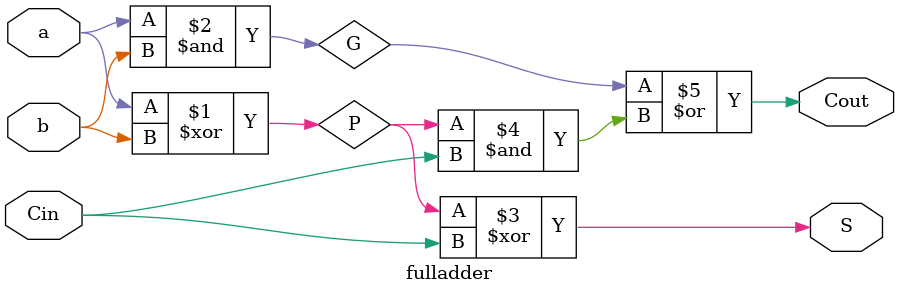
<source format=sv>
module fulladder(
input logic a,
input logic b,
input logic Cin,
output logic Cout,
output logic S
);
  assign P = a ^ b;
  assign G = a & b;
  
  assign S = P ^ Cin;
  assign Cout = G | P & Cin;
  
endmodule
</source>
